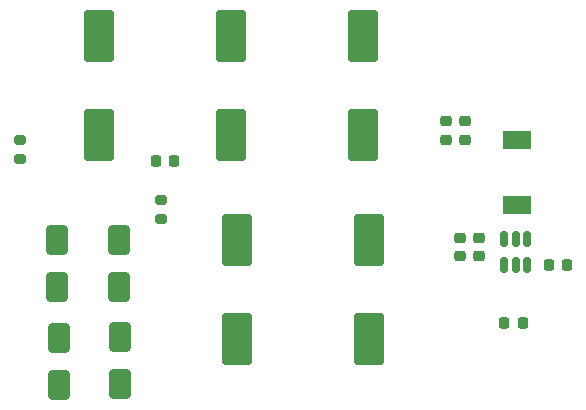
<source format=gbr>
%TF.GenerationSoftware,KiCad,Pcbnew,7.0.5*%
%TF.CreationDate,2023-07-04T22:36:34+05:30*%
%TF.ProjectId,BUCK_LOW_EMI,4255434b-5f4c-44f5-975f-454d492e6b69,rev?*%
%TF.SameCoordinates,Original*%
%TF.FileFunction,Paste,Top*%
%TF.FilePolarity,Positive*%
%FSLAX46Y46*%
G04 Gerber Fmt 4.6, Leading zero omitted, Abs format (unit mm)*
G04 Created by KiCad (PCBNEW 7.0.5) date 2023-07-04 22:36:34*
%MOMM*%
%LPD*%
G01*
G04 APERTURE LIST*
G04 Aperture macros list*
%AMRoundRect*
0 Rectangle with rounded corners*
0 $1 Rounding radius*
0 $2 $3 $4 $5 $6 $7 $8 $9 X,Y pos of 4 corners*
0 Add a 4 corners polygon primitive as box body*
4,1,4,$2,$3,$4,$5,$6,$7,$8,$9,$2,$3,0*
0 Add four circle primitives for the rounded corners*
1,1,$1+$1,$2,$3*
1,1,$1+$1,$4,$5*
1,1,$1+$1,$6,$7*
1,1,$1+$1,$8,$9*
0 Add four rect primitives between the rounded corners*
20,1,$1+$1,$2,$3,$4,$5,0*
20,1,$1+$1,$4,$5,$6,$7,0*
20,1,$1+$1,$6,$7,$8,$9,0*
20,1,$1+$1,$8,$9,$2,$3,0*%
G04 Aperture macros list end*
%ADD10R,2.400000X1.500000*%
%ADD11RoundRect,0.250000X-0.650000X1.000000X-0.650000X-1.000000X0.650000X-1.000000X0.650000X1.000000X0*%
%ADD12RoundRect,0.250000X1.000000X-1.950000X1.000000X1.950000X-1.000000X1.950000X-1.000000X-1.950000X0*%
%ADD13RoundRect,0.225000X-0.250000X0.225000X-0.250000X-0.225000X0.250000X-0.225000X0.250000X0.225000X0*%
%ADD14RoundRect,0.150000X-0.150000X0.512500X-0.150000X-0.512500X0.150000X-0.512500X0.150000X0.512500X0*%
%ADD15RoundRect,0.225000X0.250000X-0.225000X0.250000X0.225000X-0.250000X0.225000X-0.250000X-0.225000X0*%
%ADD16RoundRect,0.225000X0.225000X0.250000X-0.225000X0.250000X-0.225000X-0.250000X0.225000X-0.250000X0*%
%ADD17RoundRect,0.200000X0.275000X-0.200000X0.275000X0.200000X-0.275000X0.200000X-0.275000X-0.200000X0*%
%ADD18RoundRect,0.250000X-1.000000X1.950000X-1.000000X-1.950000X1.000000X-1.950000X1.000000X1.950000X0*%
%ADD19RoundRect,0.225000X-0.225000X-0.250000X0.225000X-0.250000X0.225000X0.250000X-0.225000X0.250000X0*%
%ADD20RoundRect,0.250000X0.650000X-1.000000X0.650000X1.000000X-0.650000X1.000000X-0.650000X-1.000000X0*%
G04 APERTURE END LIST*
D10*
%TO.C,L1*%
X112000000Y-77500000D03*
X112000000Y-72000000D03*
%TD*%
D11*
%TO.C,D2*%
X78300000Y-80500000D03*
X78300000Y-84500000D03*
%TD*%
D12*
%TO.C,C6*%
X99000000Y-71600000D03*
X99000000Y-63200000D03*
%TD*%
D13*
%TO.C,C4*%
X108800000Y-80325000D03*
X108800000Y-81875000D03*
%TD*%
D11*
%TO.C,D3*%
X73200000Y-88800000D03*
X73200000Y-92800000D03*
%TD*%
D14*
%TO.C,U1*%
X112850000Y-80362500D03*
X111900000Y-80362500D03*
X110950000Y-80362500D03*
X110950000Y-82637500D03*
X111900000Y-82637500D03*
X112850000Y-82637500D03*
%TD*%
D15*
%TO.C,C9*%
X107600000Y-71975000D03*
X107600000Y-70425000D03*
%TD*%
D12*
%TO.C,C7*%
X87800000Y-71600000D03*
X87800000Y-63200000D03*
%TD*%
D16*
%TO.C,C11*%
X112500000Y-87500000D03*
X110950000Y-87500000D03*
%TD*%
D12*
%TO.C,C10*%
X76600000Y-71600000D03*
X76600000Y-63200000D03*
%TD*%
D15*
%TO.C,C8*%
X106000000Y-71975000D03*
X106000000Y-70425000D03*
%TD*%
D17*
%TO.C,R1*%
X81900000Y-78725000D03*
X81900000Y-77075000D03*
%TD*%
%TO.C,R2*%
X69900000Y-73625000D03*
X69900000Y-71975000D03*
%TD*%
D18*
%TO.C,C1*%
X88300000Y-80500000D03*
X88300000Y-88900000D03*
%TD*%
D19*
%TO.C,C5*%
X114725000Y-82600000D03*
X116275000Y-82600000D03*
%TD*%
D20*
%TO.C,D1*%
X73100000Y-84500000D03*
X73100000Y-80500000D03*
%TD*%
D18*
%TO.C,C2*%
X99500000Y-80500000D03*
X99500000Y-88900000D03*
%TD*%
D13*
%TO.C,C3*%
X107200000Y-80325000D03*
X107200000Y-81875000D03*
%TD*%
D16*
%TO.C,FB1*%
X82975000Y-73800000D03*
X81425000Y-73800000D03*
%TD*%
D20*
%TO.C,D4*%
X78400000Y-92700000D03*
X78400000Y-88700000D03*
%TD*%
M02*

</source>
